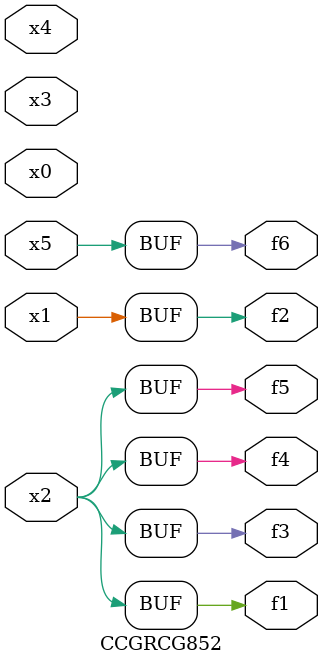
<source format=v>
module CCGRCG852(
	input x0, x1, x2, x3, x4, x5,
	output f1, f2, f3, f4, f5, f6
);
	assign f1 = x2;
	assign f2 = x1;
	assign f3 = x2;
	assign f4 = x2;
	assign f5 = x2;
	assign f6 = x5;
endmodule

</source>
